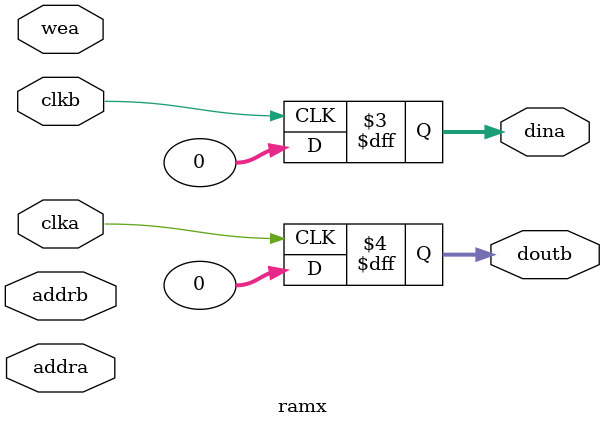
<source format=v>

`timescale 1ns / 1ps 
module testTinyComp;

   reg 		Ph0In, Ph1In; //clock phases 
   reg 		Reset;
   reg [31:00] InData; // I/O input 
   reg 		InRdy;
   wire 	InStrobe; //executing an Input instruction 
   wire 	OutStrobe; // executing an Output instruction 
   
   TinyComp tinyComp1 (Ph0In, Ph1In, Reset, InData, InRdy, InStrobe, OutStrobe);

   parameter PERIOD = 1;

   initial begin
      Ph0In = 1'b0;
      Ph1In = 1'b0;
      Reset = 1'b0;
      #5 Reset = 1'b1;
      #5 Reset = 1'b0;
   end

   // clock
   always begin
      #(PERIOD) Ph0In = 1'b1;
      #(PERIOD) Ph1In = 1'b1;
      #(PERIOD) Ph0In = 1'b0;
      #(PERIOD) Ph1In = 1'b0;
   end
   
   initial
     // debugging
     $monitor($stime, " :: Reset=%b Ph0In=%b Ph1In=%b", Reset, Ph0In, Ph1In);
    
endmodule    

module ramx(
	    input clkb,
	    input [9:0] addrb,
	    output reg [31:00] doutb,
	    input clka,
	    input [9:0] addra,
	    input wea,
	    output reg [31:00] dina
	    );
   always @(posedge clka) doutb = 0;
   always @(posedge clkb) dina = 0;
   
endmodule // ramx

</source>
